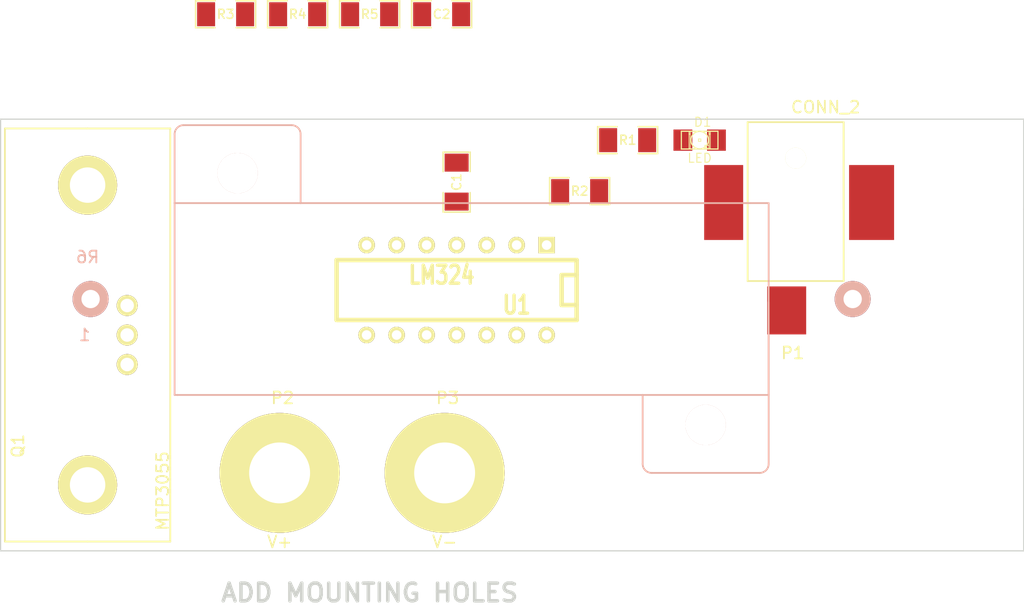
<source format=kicad_pcb>
(kicad_pcb (version 3) (host pcbnew "(2013-07-07 BZR 4022)-stable")

  (general
    (links 20)
    (no_connects 20)
    (area 92.405999 188.417999 179.120001 225.094001)
    (thickness 1.6)
    (drawings 6)
    (tracks 0)
    (zones 0)
    (modules 14)
    (nets 11)
  )

  (page A3)
  (layers
    (15 F.Cu signal)
    (0 B.Cu signal hide)
    (16 B.Adhes user)
    (17 F.Adhes user hide)
    (18 B.Paste user)
    (19 F.Paste user)
    (20 B.SilkS user)
    (21 F.SilkS user)
    (22 B.Mask user)
    (23 F.Mask user)
    (24 Dwgs.User user)
    (25 Cmts.User user)
    (26 Eco1.User user)
    (27 Eco2.User user)
    (28 Edge.Cuts user)
  )

  (setup
    (last_trace_width 0.254)
    (trace_clearance 0.254)
    (zone_clearance 0.508)
    (zone_45_only no)
    (trace_min 0.254)
    (segment_width 0.2)
    (edge_width 0.1)
    (via_size 0.889)
    (via_drill 0.635)
    (via_min_size 0.889)
    (via_min_drill 0.508)
    (uvia_size 0.508)
    (uvia_drill 0.127)
    (uvias_allowed no)
    (uvia_min_size 0.508)
    (uvia_min_drill 0.127)
    (pcb_text_width 0.3)
    (pcb_text_size 1.5 1.5)
    (mod_edge_width 0.15)
    (mod_text_size 1 1)
    (mod_text_width 0.15)
    (pad_size 10.16 10.16)
    (pad_drill 5.1562)
    (pad_to_mask_clearance 0)
    (aux_axis_origin 0 0)
    (visible_elements 7FFFFFFF)
    (pcbplotparams
      (layerselection 3178497)
      (usegerberextensions true)
      (excludeedgelayer true)
      (linewidth 0.150000)
      (plotframeref false)
      (viasonmask false)
      (mode 1)
      (useauxorigin false)
      (hpglpennumber 1)
      (hpglpenspeed 20)
      (hpglpendiameter 15)
      (hpglpenoverlay 2)
      (psnegative false)
      (psa4output false)
      (plotreference true)
      (plotvalue true)
      (plotothertext true)
      (plotinvisibletext false)
      (padsonsilk false)
      (subtractmaskfromsilk false)
      (outputformat 1)
      (mirror false)
      (drillshape 1)
      (scaleselection 1)
      (outputdirectory ""))
  )

  (net 0 "")
  (net 1 +6V)
  (net 2 GND)
  (net 3 N-0000010)
  (net 4 N-0000011)
  (net 5 N-0000012)
  (net 6 N-0000013)
  (net 7 N-000002)
  (net 8 N-000003)
  (net 9 N-000008)
  (net 10 N-000009)

  (net_class Default "This is the default net class."
    (clearance 0.254)
    (trace_width 0.254)
    (via_dia 0.889)
    (via_drill 0.635)
    (uvia_dia 0.508)
    (uvia_drill 0.127)
    (add_net "")
    (add_net +6V)
    (add_net GND)
    (add_net N-0000010)
    (add_net N-0000011)
    (add_net N-0000012)
    (add_net N-0000013)
    (add_net N-000002)
    (add_net N-000003)
    (add_net N-000008)
    (add_net N-000009)
  )

  (module TO220_W_HEATSINK (layer F.Cu) (tedit 53192E5E) (tstamp 5319425F)
    (at 99.822 219.456 90)
    (path /52818814)
    (fp_text reference Q1 (at 3.3 -5.9 90) (layer F.SilkS)
      (effects (font (size 1 1) (thickness 0.15)))
    )
    (fp_text value MTP3055 (at -0.508 6.35 90) (layer F.SilkS)
      (effects (font (size 1 1) (thickness 0.15)))
    )
    (fp_line (start 30.2 0) (end 30.2 7) (layer F.SilkS) (width 0.15))
    (fp_line (start 30.2 7) (end -4.8 7) (layer F.SilkS) (width 0.15))
    (fp_line (start -4.8 0) (end -4.8 7) (layer F.SilkS) (width 0.15))
    (fp_line (start 30.2 0) (end 30.2 -7) (layer F.SilkS) (width 0.15))
    (fp_line (start 30.2 -7) (end -4.8 -7) (layer F.SilkS) (width 0.15))
    (fp_line (start -4.8 0) (end -4.8 -7) (layer F.SilkS) (width 0.15))
    (pad "" thru_hole circle (at 0 0 90) (size 5 5) (drill 3)
      (layers *.Cu *.Mask F.SilkS)
    )
    (pad "" thru_hole circle (at 25.4 0 90) (size 5 5) (drill 3)
      (layers *.Cu *.Mask F.SilkS)
    )
    (pad D thru_hole circle (at 12.7 3.35 90) (size 1.778 1.778) (drill 1.143)
      (layers *.Cu *.Mask F.SilkS)
    )
    (pad G thru_hole circle (at 10.2 3.35 90) (size 1.778 1.778) (drill 1.143)
      (layers *.Cu *.Mask F.SilkS)
      (net 3 N-0000010)
    )
    (pad S thru_hole circle (at 15.2 3.35 90) (size 1.778 1.778) (drill 1.143)
      (layers *.Cu *.Mask F.SilkS)
      (net 4 N-0000011)
    )
  )

  (module SM1206 (layer F.Cu) (tedit 42806E24) (tstamp 5319426B)
    (at 111.506 179.578)
    (path /53028E89)
    (attr smd)
    (fp_text reference R3 (at 0 0) (layer F.SilkS)
      (effects (font (size 0.762 0.762) (thickness 0.127)))
    )
    (fp_text value 10k (at 0 0) (layer F.SilkS) hide
      (effects (font (size 0.762 0.762) (thickness 0.127)))
    )
    (fp_line (start -2.54 -1.143) (end -2.54 1.143) (layer F.SilkS) (width 0.127))
    (fp_line (start -2.54 1.143) (end -0.889 1.143) (layer F.SilkS) (width 0.127))
    (fp_line (start 0.889 -1.143) (end 2.54 -1.143) (layer F.SilkS) (width 0.127))
    (fp_line (start 2.54 -1.143) (end 2.54 1.143) (layer F.SilkS) (width 0.127))
    (fp_line (start 2.54 1.143) (end 0.889 1.143) (layer F.SilkS) (width 0.127))
    (fp_line (start -0.889 -1.143) (end -2.54 -1.143) (layer F.SilkS) (width 0.127))
    (pad 1 smd rect (at -1.651 0) (size 1.524 2.032)
      (layers F.Cu F.Paste F.Mask)
      (net 5 N-0000012)
    )
    (pad 2 smd rect (at 1.651 0) (size 1.524 2.032)
      (layers F.Cu F.Paste F.Mask)
      (net 6 N-0000013)
    )
    (model smd/chip_cms.wrl
      (at (xyz 0 0 0))
      (scale (xyz 0.17 0.16 0.16))
      (rotate (xyz 0 0 0))
    )
  )

  (module SM1206 (layer F.Cu) (tedit 42806E24) (tstamp 53194277)
    (at 117.602 179.578)
    (path /53028E8F)
    (attr smd)
    (fp_text reference R4 (at 0 0) (layer F.SilkS)
      (effects (font (size 0.762 0.762) (thickness 0.127)))
    )
    (fp_text value 10k (at 0 0) (layer F.SilkS) hide
      (effects (font (size 0.762 0.762) (thickness 0.127)))
    )
    (fp_line (start -2.54 -1.143) (end -2.54 1.143) (layer F.SilkS) (width 0.127))
    (fp_line (start -2.54 1.143) (end -0.889 1.143) (layer F.SilkS) (width 0.127))
    (fp_line (start 0.889 -1.143) (end 2.54 -1.143) (layer F.SilkS) (width 0.127))
    (fp_line (start 2.54 -1.143) (end 2.54 1.143) (layer F.SilkS) (width 0.127))
    (fp_line (start 2.54 1.143) (end 0.889 1.143) (layer F.SilkS) (width 0.127))
    (fp_line (start -0.889 -1.143) (end -2.54 -1.143) (layer F.SilkS) (width 0.127))
    (pad 1 smd rect (at -1.651 0) (size 1.524 2.032)
      (layers F.Cu F.Paste F.Mask)
      (net 2 GND)
    )
    (pad 2 smd rect (at 1.651 0) (size 1.524 2.032)
      (layers F.Cu F.Paste F.Mask)
      (net 6 N-0000013)
    )
    (model smd/chip_cms.wrl
      (at (xyz 0 0 0))
      (scale (xyz 0.17 0.16 0.16))
      (rotate (xyz 0 0 0))
    )
  )

  (module SM1206 (layer F.Cu) (tedit 42806E24) (tstamp 53194283)
    (at 123.698 179.578)
    (path /53028F78)
    (attr smd)
    (fp_text reference R5 (at 0 0) (layer F.SilkS)
      (effects (font (size 0.762 0.762) (thickness 0.127)))
    )
    (fp_text value 10k (at 0 0) (layer F.SilkS) hide
      (effects (font (size 0.762 0.762) (thickness 0.127)))
    )
    (fp_line (start -2.54 -1.143) (end -2.54 1.143) (layer F.SilkS) (width 0.127))
    (fp_line (start -2.54 1.143) (end -0.889 1.143) (layer F.SilkS) (width 0.127))
    (fp_line (start 0.889 -1.143) (end 2.54 -1.143) (layer F.SilkS) (width 0.127))
    (fp_line (start 2.54 -1.143) (end 2.54 1.143) (layer F.SilkS) (width 0.127))
    (fp_line (start 2.54 1.143) (end 0.889 1.143) (layer F.SilkS) (width 0.127))
    (fp_line (start -0.889 -1.143) (end -2.54 -1.143) (layer F.SilkS) (width 0.127))
    (pad 1 smd rect (at -1.651 0) (size 1.524 2.032)
      (layers F.Cu F.Paste F.Mask)
    )
    (pad 2 smd rect (at 1.651 0) (size 1.524 2.032)
      (layers F.Cu F.Paste F.Mask)
      (net 2 GND)
    )
    (model smd/chip_cms.wrl
      (at (xyz 0 0 0))
      (scale (xyz 0.17 0.16 0.16))
      (rotate (xyz 0 0 0))
    )
  )

  (module SM1206 (layer F.Cu) (tedit 42806E24) (tstamp 5319428F)
    (at 129.794 179.578)
    (path /53028FA8)
    (attr smd)
    (fp_text reference C2 (at 0 0) (layer F.SilkS)
      (effects (font (size 0.762 0.762) (thickness 0.127)))
    )
    (fp_text value C (at 0 0) (layer F.SilkS) hide
      (effects (font (size 0.762 0.762) (thickness 0.127)))
    )
    (fp_line (start -2.54 -1.143) (end -2.54 1.143) (layer F.SilkS) (width 0.127))
    (fp_line (start -2.54 1.143) (end -0.889 1.143) (layer F.SilkS) (width 0.127))
    (fp_line (start 0.889 -1.143) (end 2.54 -1.143) (layer F.SilkS) (width 0.127))
    (fp_line (start 2.54 -1.143) (end 2.54 1.143) (layer F.SilkS) (width 0.127))
    (fp_line (start 2.54 1.143) (end 0.889 1.143) (layer F.SilkS) (width 0.127))
    (fp_line (start -0.889 -1.143) (end -2.54 -1.143) (layer F.SilkS) (width 0.127))
    (pad 1 smd rect (at -1.651 0) (size 1.524 2.032)
      (layers F.Cu F.Paste F.Mask)
      (net 4 N-0000011)
    )
    (pad 2 smd rect (at 1.651 0) (size 1.524 2.032)
      (layers F.Cu F.Paste F.Mask)
      (net 2 GND)
    )
    (model smd/chip_cms.wrl
      (at (xyz 0 0 0))
      (scale (xyz 0.17 0.16 0.16))
      (rotate (xyz 0 0 0))
    )
  )

  (module SM1206 (layer F.Cu) (tedit 42806E24) (tstamp 5319429B)
    (at 141.478 194.564)
    (path /530291BE)
    (attr smd)
    (fp_text reference R2 (at 0 0) (layer F.SilkS)
      (effects (font (size 0.762 0.762) (thickness 0.127)))
    )
    (fp_text value 10k (at 0 0) (layer F.SilkS) hide
      (effects (font (size 0.762 0.762) (thickness 0.127)))
    )
    (fp_line (start -2.54 -1.143) (end -2.54 1.143) (layer F.SilkS) (width 0.127))
    (fp_line (start -2.54 1.143) (end -0.889 1.143) (layer F.SilkS) (width 0.127))
    (fp_line (start 0.889 -1.143) (end 2.54 -1.143) (layer F.SilkS) (width 0.127))
    (fp_line (start 2.54 -1.143) (end 2.54 1.143) (layer F.SilkS) (width 0.127))
    (fp_line (start 2.54 1.143) (end 0.889 1.143) (layer F.SilkS) (width 0.127))
    (fp_line (start -0.889 -1.143) (end -2.54 -1.143) (layer F.SilkS) (width 0.127))
    (pad 1 smd rect (at -1.651 0) (size 1.524 2.032)
      (layers F.Cu F.Paste F.Mask)
      (net 8 N-000003)
    )
    (pad 2 smd rect (at 1.651 0) (size 1.524 2.032)
      (layers F.Cu F.Paste F.Mask)
      (net 1 +6V)
    )
    (model smd/chip_cms.wrl
      (at (xyz 0 0 0))
      (scale (xyz 0.17 0.16 0.16))
      (rotate (xyz 0 0 0))
    )
  )

  (module SM1206 (layer F.Cu) (tedit 531D10F3) (tstamp 531942A7)
    (at 131.064 193.802 90)
    (path /5302B8E5)
    (attr smd)
    (fp_text reference C1 (at 0 0 90) (layer F.SilkS)
      (effects (font (size 0.762 0.762) (thickness 0.127)))
    )
    (fp_text value 0.1u (at 0 0.762 90) (layer F.SilkS) hide
      (effects (font (size 0.762 0.762) (thickness 0.127)))
    )
    (fp_line (start -2.54 -1.143) (end -2.54 1.143) (layer F.SilkS) (width 0.127))
    (fp_line (start -2.54 1.143) (end -0.889 1.143) (layer F.SilkS) (width 0.127))
    (fp_line (start 0.889 -1.143) (end 2.54 -1.143) (layer F.SilkS) (width 0.127))
    (fp_line (start 2.54 -1.143) (end 2.54 1.143) (layer F.SilkS) (width 0.127))
    (fp_line (start 2.54 1.143) (end 0.889 1.143) (layer F.SilkS) (width 0.127))
    (fp_line (start -0.889 -1.143) (end -2.54 -1.143) (layer F.SilkS) (width 0.127))
    (pad 1 smd rect (at -1.651 0 90) (size 1.524 2.032)
      (layers F.Cu F.Paste F.Mask)
      (net 1 +6V)
    )
    (pad 2 smd rect (at 1.651 0 90) (size 1.524 2.032)
      (layers F.Cu F.Paste F.Mask)
      (net 2 GND)
    )
    (model smd/chip_cms.wrl
      (at (xyz 0 0 0))
      (scale (xyz 0.17 0.16 0.16))
      (rotate (xyz 0 0 0))
    )
  )

  (module SM1206 (layer F.Cu) (tedit 42806E24) (tstamp 531942B3)
    (at 145.542 190.246 180)
    (path /5302BC4C)
    (attr smd)
    (fp_text reference R1 (at 0 0 180) (layer F.SilkS)
      (effects (font (size 0.762 0.762) (thickness 0.127)))
    )
    (fp_text value 10k (at 0 0 180) (layer F.SilkS) hide
      (effects (font (size 0.762 0.762) (thickness 0.127)))
    )
    (fp_line (start -2.54 -1.143) (end -2.54 1.143) (layer F.SilkS) (width 0.127))
    (fp_line (start -2.54 1.143) (end -0.889 1.143) (layer F.SilkS) (width 0.127))
    (fp_line (start 0.889 -1.143) (end 2.54 -1.143) (layer F.SilkS) (width 0.127))
    (fp_line (start 2.54 -1.143) (end 2.54 1.143) (layer F.SilkS) (width 0.127))
    (fp_line (start 2.54 1.143) (end 0.889 1.143) (layer F.SilkS) (width 0.127))
    (fp_line (start -0.889 -1.143) (end -2.54 -1.143) (layer F.SilkS) (width 0.127))
    (pad 1 smd rect (at -1.651 0 180) (size 1.524 2.032)
      (layers F.Cu F.Paste F.Mask)
      (net 10 N-000009)
    )
    (pad 2 smd rect (at 1.651 0 180) (size 1.524 2.032)
      (layers F.Cu F.Paste F.Mask)
      (net 1 +6V)
    )
    (model smd/chip_cms.wrl
      (at (xyz 0 0 0))
      (scale (xyz 0.17 0.16 0.16))
      (rotate (xyz 0 0 0))
    )
  )

  (module LED-1206 (layer F.Cu) (tedit 49BFA1FF) (tstamp 531942DD)
    (at 151.638 190.246)
    (descr "LED 1206 smd package")
    (tags "LED1206 SMD")
    (path /5302BC87)
    (attr smd)
    (fp_text reference D1 (at 0.254 -1.524) (layer F.SilkS)
      (effects (font (size 0.762 0.762) (thickness 0.0889)))
    )
    (fp_text value LED (at 0 1.524) (layer F.SilkS)
      (effects (font (size 0.762 0.762) (thickness 0.0889)))
    )
    (fp_line (start -0.09906 0.09906) (end 0.09906 0.09906) (layer F.SilkS) (width 0.06604))
    (fp_line (start 0.09906 0.09906) (end 0.09906 -0.09906) (layer F.SilkS) (width 0.06604))
    (fp_line (start -0.09906 -0.09906) (end 0.09906 -0.09906) (layer F.SilkS) (width 0.06604))
    (fp_line (start -0.09906 0.09906) (end -0.09906 -0.09906) (layer F.SilkS) (width 0.06604))
    (fp_line (start 0.44958 0.6985) (end 0.79756 0.6985) (layer F.SilkS) (width 0.06604))
    (fp_line (start 0.79756 0.6985) (end 0.79756 0.44958) (layer F.SilkS) (width 0.06604))
    (fp_line (start 0.44958 0.44958) (end 0.79756 0.44958) (layer F.SilkS) (width 0.06604))
    (fp_line (start 0.44958 0.6985) (end 0.44958 0.44958) (layer F.SilkS) (width 0.06604))
    (fp_line (start 0.79756 0.6985) (end 0.89916 0.6985) (layer F.SilkS) (width 0.06604))
    (fp_line (start 0.89916 0.6985) (end 0.89916 -0.49784) (layer F.SilkS) (width 0.06604))
    (fp_line (start 0.79756 -0.49784) (end 0.89916 -0.49784) (layer F.SilkS) (width 0.06604))
    (fp_line (start 0.79756 0.6985) (end 0.79756 -0.49784) (layer F.SilkS) (width 0.06604))
    (fp_line (start 0.79756 -0.54864) (end 0.89916 -0.54864) (layer F.SilkS) (width 0.06604))
    (fp_line (start 0.89916 -0.54864) (end 0.89916 -0.6985) (layer F.SilkS) (width 0.06604))
    (fp_line (start 0.79756 -0.6985) (end 0.89916 -0.6985) (layer F.SilkS) (width 0.06604))
    (fp_line (start 0.79756 -0.54864) (end 0.79756 -0.6985) (layer F.SilkS) (width 0.06604))
    (fp_line (start -0.89916 0.6985) (end -0.79756 0.6985) (layer F.SilkS) (width 0.06604))
    (fp_line (start -0.79756 0.6985) (end -0.79756 -0.49784) (layer F.SilkS) (width 0.06604))
    (fp_line (start -0.89916 -0.49784) (end -0.79756 -0.49784) (layer F.SilkS) (width 0.06604))
    (fp_line (start -0.89916 0.6985) (end -0.89916 -0.49784) (layer F.SilkS) (width 0.06604))
    (fp_line (start -0.89916 -0.54864) (end -0.79756 -0.54864) (layer F.SilkS) (width 0.06604))
    (fp_line (start -0.79756 -0.54864) (end -0.79756 -0.6985) (layer F.SilkS) (width 0.06604))
    (fp_line (start -0.89916 -0.6985) (end -0.79756 -0.6985) (layer F.SilkS) (width 0.06604))
    (fp_line (start -0.89916 -0.54864) (end -0.89916 -0.6985) (layer F.SilkS) (width 0.06604))
    (fp_line (start 0.44958 0.6985) (end 0.59944 0.6985) (layer F.SilkS) (width 0.06604))
    (fp_line (start 0.59944 0.6985) (end 0.59944 0.44958) (layer F.SilkS) (width 0.06604))
    (fp_line (start 0.44958 0.44958) (end 0.59944 0.44958) (layer F.SilkS) (width 0.06604))
    (fp_line (start 0.44958 0.6985) (end 0.44958 0.44958) (layer F.SilkS) (width 0.06604))
    (fp_line (start 1.5494 0.7493) (end -1.5494 0.7493) (layer F.SilkS) (width 0.1016))
    (fp_line (start -1.5494 0.7493) (end -1.5494 -0.7493) (layer F.SilkS) (width 0.1016))
    (fp_line (start -1.5494 -0.7493) (end 1.5494 -0.7493) (layer F.SilkS) (width 0.1016))
    (fp_line (start 1.5494 -0.7493) (end 1.5494 0.7493) (layer F.SilkS) (width 0.1016))
    (fp_arc (start 0 0) (end 0.54864 0.49784) (angle 95.4) (layer F.SilkS) (width 0.1016))
    (fp_arc (start 0 0) (end -0.54864 0.49784) (angle 84.5) (layer F.SilkS) (width 0.1016))
    (fp_arc (start 0 0) (end -0.54864 -0.49784) (angle 95.4) (layer F.SilkS) (width 0.1016))
    (fp_arc (start 0 0) (end 0.54864 -0.49784) (angle 84.5) (layer F.SilkS) (width 0.1016))
    (pad 1 smd rect (at -1.41986 0) (size 1.59766 1.80086)
      (layers F.Cu F.Paste F.Mask)
      (net 10 N-000009)
    )
    (pad 2 smd rect (at 1.41986 0) (size 1.59766 1.80086)
      (layers F.Cu F.Paste F.Mask)
      (net 2 GND)
    )
  )

  (module KAL50 (layer B.Cu) (tedit 531B3B32) (tstamp 531B3F03)
    (at 112.522 193.04)
    (path /526BEFD7)
    (fp_text reference R6 (at -12.7 7.112) (layer B.SilkS)
      (effects (font (size 1 1) (thickness 0.15)) (justify mirror))
    )
    (fp_text value 1 (at -12.954 13.716) (layer B.SilkS)
      (effects (font (size 1 1) (thickness 0.15)) (justify mirror))
    )
    (fp_line (start -5.334 -3.302) (end -5.334 2.54) (layer B.SilkS) (width 0.15))
    (fp_line (start -5.334 2.54) (end -5.334 18.796) (layer B.SilkS) (width 0.15))
    (fp_line (start 5.334 -3.302) (end 5.334 2.54) (layer B.SilkS) (width 0.15))
    (fp_line (start 4.572 -4.064) (end -4.572 -4.064) (layer B.SilkS) (width 0.15))
    (fp_arc (start 4.572 -3.302) (end 5.334 -3.302) (angle -90) (layer B.SilkS) (width 0.15))
    (fp_arc (start -4.572 -3.302) (end -4.572 -4.064) (angle -90) (layer B.SilkS) (width 0.15))
    (fp_line (start 44.196 25.4) (end 35.052 25.4) (layer B.SilkS) (width 0.15))
    (fp_line (start 44.958 18.796) (end 44.958 24.638) (layer B.SilkS) (width 0.15))
    (fp_arc (start 44.196 24.638) (end 44.196 25.4) (angle -90) (layer B.SilkS) (width 0.15))
    (fp_line (start 34.29 24.638) (end 34.29 18.796) (layer B.SilkS) (width 0.15))
    (fp_arc (start 35.052 24.638) (end 34.29 24.638) (angle -90) (layer B.SilkS) (width 0.15))
    (fp_line (start 5.334 2.54) (end -5.334 2.54) (layer B.SilkS) (width 0.15))
    (fp_line (start 34.29 18.796) (end 44.958 18.796) (layer B.SilkS) (width 0.15))
    (fp_line (start 5.334 2.54) (end 44.958 2.54) (layer B.SilkS) (width 0.15))
    (fp_line (start -5.334 18.796) (end -5.08 18.796) (layer B.SilkS) (width 0.15))
    (fp_line (start -5.08 18.796) (end 34.29 18.796) (layer B.SilkS) (width 0.15))
    (fp_line (start 44.958 10.922) (end 44.958 18.796) (layer B.SilkS) (width 0.15))
    (fp_line (start 44.958 18.796) (end 44.958 2.54) (layer B.SilkS) (width 0.15))
    (pad "" np_thru_hole circle (at 0 0) (size 3.429 3.429) (drill 3.429)
      (layers *.Cu *.Mask B.SilkS)
    )
    (pad "" np_thru_hole circle (at 39.624 21.336) (size 3.429 3.429) (drill 3.429)
      (layers *.Cu *.Mask B.SilkS)
    )
    (pad 1 thru_hole circle (at -12.446 10.668) (size 3.048 3.048) (drill 1.5494)
      (layers *.Cu *.Mask B.SilkS)
      (net 4 N-0000011)
    )
    (pad 2 thru_hole circle (at 52.07 10.668) (size 3.048 3.048) (drill 1.5494)
      (layers *.Cu *.Mask B.SilkS)
      (net 2 GND)
    )
  )

  (module DIP-14__300 (layer F.Cu) (tedit 200000) (tstamp 531C7B93)
    (at 131.064 202.946 180)
    (descr "14 pins DIL package, round pads")
    (tags DIL)
    (path /52FA9097)
    (fp_text reference U1 (at -5.08 -1.27 180) (layer F.SilkS)
      (effects (font (size 1.524 1.143) (thickness 0.3048)))
    )
    (fp_text value LM324 (at 1.27 1.27 180) (layer F.SilkS)
      (effects (font (size 1.524 1.143) (thickness 0.3048)))
    )
    (fp_line (start -10.16 -2.54) (end 10.16 -2.54) (layer F.SilkS) (width 0.381))
    (fp_line (start 10.16 2.54) (end -10.16 2.54) (layer F.SilkS) (width 0.381))
    (fp_line (start -10.16 2.54) (end -10.16 -2.54) (layer F.SilkS) (width 0.381))
    (fp_line (start -10.16 -1.27) (end -8.89 -1.27) (layer F.SilkS) (width 0.381))
    (fp_line (start -8.89 -1.27) (end -8.89 1.27) (layer F.SilkS) (width 0.381))
    (fp_line (start -8.89 1.27) (end -10.16 1.27) (layer F.SilkS) (width 0.381))
    (fp_line (start 10.16 -2.54) (end 10.16 2.54) (layer F.SilkS) (width 0.381))
    (pad 1 thru_hole rect (at -7.62 3.81 180) (size 1.397 1.397) (drill 0.8128)
      (layers *.Cu *.Mask F.SilkS)
      (net 5 N-0000012)
    )
    (pad 2 thru_hole circle (at -5.08 3.81 180) (size 1.397 1.397) (drill 0.8128)
      (layers *.Cu *.Mask F.SilkS)
      (net 5 N-0000012)
    )
    (pad 3 thru_hole circle (at -2.54 3.81 180) (size 1.397 1.397) (drill 0.8128)
      (layers *.Cu *.Mask F.SilkS)
      (net 7 N-000002)
    )
    (pad 4 thru_hole circle (at 0 3.81 180) (size 1.397 1.397) (drill 0.8128)
      (layers *.Cu *.Mask F.SilkS)
      (net 1 +6V)
    )
    (pad 5 thru_hole circle (at 2.54 3.81 180) (size 1.397 1.397) (drill 0.8128)
      (layers *.Cu *.Mask F.SilkS)
      (net 6 N-0000013)
    )
    (pad 6 thru_hole circle (at 5.08 3.81 180) (size 1.397 1.397) (drill 0.8128)
      (layers *.Cu *.Mask F.SilkS)
      (net 4 N-0000011)
    )
    (pad 7 thru_hole circle (at 7.62 3.81 180) (size 1.397 1.397) (drill 0.8128)
      (layers *.Cu *.Mask F.SilkS)
      (net 3 N-0000010)
    )
    (pad 8 thru_hole circle (at 7.62 -3.81 180) (size 1.397 1.397) (drill 0.8128)
      (layers *.Cu *.Mask F.SilkS)
    )
    (pad 9 thru_hole circle (at 5.08 -3.81 180) (size 1.397 1.397) (drill 0.8128)
      (layers *.Cu *.Mask F.SilkS)
    )
    (pad 10 thru_hole circle (at 2.54 -3.81 180) (size 1.397 1.397) (drill 0.8128)
      (layers *.Cu *.Mask F.SilkS)
    )
    (pad 11 thru_hole circle (at 0 -3.81 180) (size 1.397 1.397) (drill 0.8128)
      (layers *.Cu *.Mask F.SilkS)
      (net 2 GND)
    )
    (pad 12 thru_hole circle (at -2.54 -3.81 180) (size 1.397 1.397) (drill 0.8128)
      (layers *.Cu *.Mask F.SilkS)
    )
    (pad 13 thru_hole circle (at -5.08 -3.81 180) (size 1.397 1.397) (drill 0.8128)
      (layers *.Cu *.Mask F.SilkS)
    )
    (pad 14 thru_hole circle (at -7.62 -3.81 180) (size 1.397 1.397) (drill 0.8128)
      (layers *.Cu *.Mask F.SilkS)
    )
    (model dil/dil_14.wrl
      (at (xyz 0 0 0))
      (scale (xyz 1 1 1))
      (rotate (xyz 0 0 0))
    )
  )

  (module RASM722_PowerJack (layer F.Cu) (tedit 531D0E2F) (tstamp 531D0EAC)
    (at 159.766 191.77 180)
    (path /531C77E9)
    (fp_text reference P1 (at 0.254 -16.51 180) (layer F.SilkS)
      (effects (font (size 1 1) (thickness 0.15)))
    )
    (fp_text value CONN_2 (at -2.54 4.318 180) (layer F.SilkS)
      (effects (font (size 1 1) (thickness 0.15)))
    )
    (fp_line (start -4.064 -10.414) (end 4.064 -10.414) (layer F.SilkS) (width 0.15))
    (fp_line (start -4.064 3.048) (end 4.064 3.048) (layer F.SilkS) (width 0.15))
    (fp_line (start -4.064 -4.318) (end -4.064 3.048) (layer F.SilkS) (width 0.15))
    (fp_line (start -4.064 3.048) (end -4.064 -10.414) (layer F.SilkS) (width 0.15))
    (fp_line (start 4.064 -10.414) (end 4.064 3.048) (layer F.SilkS) (width 0.15))
    (pad "" np_thru_hole circle (at 0 0 180) (size 1.778 1.778) (drill 1.778)
      (layers *.Cu *.Mask F.SilkS)
    )
    (pad 2 smd rect (at -6.4262 -3.7592 180) (size 3.81 6.35)
      (layers F.Cu F.Paste F.Mask)
      (net 2 GND)
    )
    (pad 2 smd rect (at 6.096 -3.7592 180) (size 3.302 6.35)
      (layers F.Cu F.Paste F.Mask)
      (net 2 GND)
    )
    (pad 1 smd rect (at 0.762 -12.9032 180) (size 3.302 4.064)
      (layers F.Cu F.Paste F.Mask)
      (net 9 N-000008)
    )
  )

  (module bindingPost (layer F.Cu) (tedit 531D154B) (tstamp 531D15D6)
    (at 116.078 218.44)
    (path /531D156A)
    (fp_text reference P2 (at 0.254 -6.35) (layer F.SilkS)
      (effects (font (size 1 1) (thickness 0.15)))
    )
    (fp_text value V+ (at 0 5.842) (layer F.SilkS)
      (effects (font (size 1 1) (thickness 0.15)))
    )
    (pad 1 thru_hole circle (at 0 0) (size 10.16 10.16) (drill 5.1562)
      (layers *.Cu *.Mask F.SilkS)
    )
  )

  (module bindingPost (layer F.Cu) (tedit 531D154B) (tstamp 531D15DB)
    (at 130.048 218.44)
    (path /531D1579)
    (fp_text reference P3 (at 0.254 -6.35) (layer F.SilkS)
      (effects (font (size 1 1) (thickness 0.15)))
    )
    (fp_text value V- (at 0 5.842) (layer F.SilkS)
      (effects (font (size 1 1) (thickness 0.15)))
    )
    (pad 1 thru_hole circle (at 0 0) (size 10.16 10.16) (drill 5.1562)
      (layers *.Cu *.Mask F.SilkS)
    )
  )

  (gr_text "ADD MOUNTING HOLES" (at 123.698 228.6) (layer Edge.Cuts)
    (effects (font (size 1.5 1.5) (thickness 0.3)))
  )
  (gr_line (start 179.07 188.468) (end 92.456 188.468) (angle 90) (layer Edge.Cuts) (width 0.1))
  (gr_line (start 92.456 225.044) (end 92.456 188.468) (angle 90) (layer Edge.Cuts) (width 0.1))
  (gr_line (start 179.07 225.044) (end 92.456 225.044) (angle 90) (layer Edge.Cuts) (width 0.1))
  (gr_line (start 179.07 196.088) (end 179.07 225.044) (angle 90) (layer Edge.Cuts) (width 0.1))
  (gr_line (start 179.07 196.088) (end 179.07 188.468) (angle 90) (layer Edge.Cuts) (width 0.1))

)

</source>
